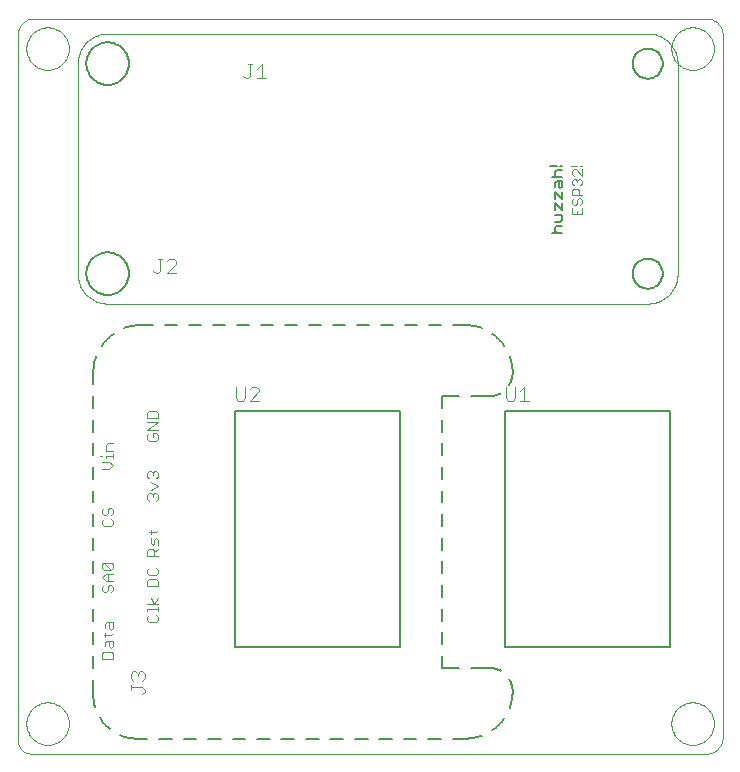
<source format=gto>
G75*
G70*
%OFA0B0*%
%FSLAX24Y24*%
%IPPOS*%
%LPD*%
%AMOC8*
5,1,8,0,0,1.08239X$1,22.5*
%
%ADD10C,0.0000*%
%ADD11C,0.0050*%
%ADD12C,0.0040*%
%ADD13C,0.0080*%
%ADD14C,0.0030*%
D10*
X001631Y002180D02*
X024150Y002180D01*
X024194Y002182D01*
X024237Y002187D01*
X024280Y002196D01*
X024322Y002209D01*
X024363Y002225D01*
X024402Y002244D01*
X024440Y002266D01*
X024476Y002292D01*
X024509Y002320D01*
X024540Y002351D01*
X024568Y002384D01*
X024594Y002420D01*
X024616Y002458D01*
X024635Y002497D01*
X024651Y002538D01*
X024664Y002580D01*
X024673Y002623D01*
X024678Y002666D01*
X024680Y002710D01*
X024680Y026150D01*
X024678Y026194D01*
X024673Y026237D01*
X024664Y026280D01*
X024651Y026322D01*
X024635Y026363D01*
X024616Y026402D01*
X024594Y026440D01*
X024568Y026476D01*
X024540Y026509D01*
X024509Y026540D01*
X024476Y026568D01*
X024440Y026594D01*
X024402Y026616D01*
X024363Y026635D01*
X024322Y026651D01*
X024280Y026664D01*
X024237Y026673D01*
X024194Y026678D01*
X024150Y026680D01*
X001710Y026680D01*
X001666Y026678D01*
X001623Y026673D01*
X001580Y026664D01*
X001538Y026651D01*
X001497Y026635D01*
X001458Y026616D01*
X001420Y026594D01*
X001384Y026568D01*
X001351Y026540D01*
X001320Y026509D01*
X001292Y026476D01*
X001266Y026440D01*
X001244Y026402D01*
X001225Y026363D01*
X001209Y026322D01*
X001196Y026280D01*
X001187Y026237D01*
X001182Y026194D01*
X001180Y026150D01*
X001180Y002631D01*
X001182Y002589D01*
X001188Y002548D01*
X001197Y002508D01*
X001210Y002468D01*
X001227Y002430D01*
X001248Y002394D01*
X001271Y002359D01*
X001298Y002327D01*
X001327Y002298D01*
X001359Y002271D01*
X001394Y002248D01*
X001430Y002227D01*
X001468Y002210D01*
X001508Y002197D01*
X001548Y002188D01*
X001589Y002182D01*
X001631Y002180D01*
X001473Y003180D02*
X001475Y003233D01*
X001481Y003285D01*
X001491Y003337D01*
X001504Y003388D01*
X001522Y003438D01*
X001543Y003487D01*
X001568Y003534D01*
X001596Y003578D01*
X001627Y003621D01*
X001662Y003661D01*
X001699Y003698D01*
X001739Y003733D01*
X001782Y003764D01*
X001827Y003792D01*
X001873Y003817D01*
X001922Y003838D01*
X001972Y003856D01*
X002023Y003869D01*
X002075Y003879D01*
X002127Y003885D01*
X002180Y003887D01*
X002233Y003885D01*
X002285Y003879D01*
X002337Y003869D01*
X002388Y003856D01*
X002438Y003838D01*
X002487Y003817D01*
X002534Y003792D01*
X002578Y003764D01*
X002621Y003733D01*
X002661Y003698D01*
X002698Y003661D01*
X002733Y003621D01*
X002764Y003578D01*
X002792Y003533D01*
X002817Y003487D01*
X002838Y003438D01*
X002856Y003388D01*
X002869Y003337D01*
X002879Y003285D01*
X002885Y003233D01*
X002887Y003180D01*
X002885Y003127D01*
X002879Y003075D01*
X002869Y003023D01*
X002856Y002972D01*
X002838Y002922D01*
X002817Y002873D01*
X002792Y002826D01*
X002764Y002782D01*
X002733Y002739D01*
X002698Y002699D01*
X002661Y002662D01*
X002621Y002627D01*
X002578Y002596D01*
X002533Y002568D01*
X002487Y002543D01*
X002438Y002522D01*
X002388Y002504D01*
X002337Y002491D01*
X002285Y002481D01*
X002233Y002475D01*
X002180Y002473D01*
X002127Y002475D01*
X002075Y002481D01*
X002023Y002491D01*
X001972Y002504D01*
X001922Y002522D01*
X001873Y002543D01*
X001826Y002568D01*
X001782Y002596D01*
X001739Y002627D01*
X001699Y002662D01*
X001662Y002699D01*
X001627Y002739D01*
X001596Y002782D01*
X001568Y002827D01*
X001543Y002873D01*
X001522Y002922D01*
X001504Y002972D01*
X001491Y003023D01*
X001481Y003075D01*
X001475Y003127D01*
X001473Y003180D01*
X004180Y017180D02*
X022180Y017180D01*
X022240Y017182D01*
X022301Y017187D01*
X022360Y017196D01*
X022419Y017209D01*
X022478Y017225D01*
X022535Y017245D01*
X022590Y017268D01*
X022645Y017295D01*
X022697Y017324D01*
X022748Y017357D01*
X022797Y017393D01*
X022843Y017431D01*
X022887Y017473D01*
X022929Y017517D01*
X022967Y017563D01*
X023003Y017612D01*
X023036Y017663D01*
X023065Y017715D01*
X023092Y017770D01*
X023115Y017825D01*
X023135Y017882D01*
X023151Y017941D01*
X023164Y018000D01*
X023173Y018059D01*
X023178Y018120D01*
X023180Y018180D01*
X023180Y025180D01*
X022973Y025680D02*
X022975Y025733D01*
X022981Y025785D01*
X022991Y025837D01*
X023004Y025888D01*
X023022Y025938D01*
X023043Y025987D01*
X023068Y026034D01*
X023096Y026078D01*
X023127Y026121D01*
X023162Y026161D01*
X023199Y026198D01*
X023239Y026233D01*
X023282Y026264D01*
X023327Y026292D01*
X023373Y026317D01*
X023422Y026338D01*
X023472Y026356D01*
X023523Y026369D01*
X023575Y026379D01*
X023627Y026385D01*
X023680Y026387D01*
X023733Y026385D01*
X023785Y026379D01*
X023837Y026369D01*
X023888Y026356D01*
X023938Y026338D01*
X023987Y026317D01*
X024034Y026292D01*
X024078Y026264D01*
X024121Y026233D01*
X024161Y026198D01*
X024198Y026161D01*
X024233Y026121D01*
X024264Y026078D01*
X024292Y026033D01*
X024317Y025987D01*
X024338Y025938D01*
X024356Y025888D01*
X024369Y025837D01*
X024379Y025785D01*
X024385Y025733D01*
X024387Y025680D01*
X024385Y025627D01*
X024379Y025575D01*
X024369Y025523D01*
X024356Y025472D01*
X024338Y025422D01*
X024317Y025373D01*
X024292Y025326D01*
X024264Y025282D01*
X024233Y025239D01*
X024198Y025199D01*
X024161Y025162D01*
X024121Y025127D01*
X024078Y025096D01*
X024033Y025068D01*
X023987Y025043D01*
X023938Y025022D01*
X023888Y025004D01*
X023837Y024991D01*
X023785Y024981D01*
X023733Y024975D01*
X023680Y024973D01*
X023627Y024975D01*
X023575Y024981D01*
X023523Y024991D01*
X023472Y025004D01*
X023422Y025022D01*
X023373Y025043D01*
X023326Y025068D01*
X023282Y025096D01*
X023239Y025127D01*
X023199Y025162D01*
X023162Y025199D01*
X023127Y025239D01*
X023096Y025282D01*
X023068Y025327D01*
X023043Y025373D01*
X023022Y025422D01*
X023004Y025472D01*
X022991Y025523D01*
X022981Y025575D01*
X022975Y025627D01*
X022973Y025680D01*
X023180Y025180D02*
X023178Y025240D01*
X023173Y025301D01*
X023164Y025360D01*
X023151Y025419D01*
X023135Y025478D01*
X023115Y025535D01*
X023092Y025590D01*
X023065Y025645D01*
X023036Y025697D01*
X023003Y025748D01*
X022967Y025797D01*
X022929Y025843D01*
X022887Y025887D01*
X022843Y025929D01*
X022797Y025967D01*
X022748Y026003D01*
X022697Y026036D01*
X022645Y026065D01*
X022590Y026092D01*
X022535Y026115D01*
X022478Y026135D01*
X022419Y026151D01*
X022360Y026164D01*
X022301Y026173D01*
X022240Y026178D01*
X022180Y026180D01*
X004180Y026180D01*
X004120Y026178D01*
X004059Y026173D01*
X004000Y026164D01*
X003941Y026151D01*
X003882Y026135D01*
X003825Y026115D01*
X003770Y026092D01*
X003715Y026065D01*
X003663Y026036D01*
X003612Y026003D01*
X003563Y025967D01*
X003517Y025929D01*
X003473Y025887D01*
X003431Y025843D01*
X003393Y025797D01*
X003357Y025748D01*
X003324Y025697D01*
X003295Y025645D01*
X003268Y025590D01*
X003245Y025535D01*
X003225Y025478D01*
X003209Y025419D01*
X003196Y025360D01*
X003187Y025301D01*
X003182Y025240D01*
X003180Y025180D01*
X003180Y018180D01*
X003182Y018120D01*
X003187Y018059D01*
X003196Y018000D01*
X003209Y017941D01*
X003225Y017882D01*
X003245Y017825D01*
X003268Y017770D01*
X003295Y017715D01*
X003324Y017663D01*
X003357Y017612D01*
X003393Y017563D01*
X003431Y017517D01*
X003473Y017473D01*
X003517Y017431D01*
X003563Y017393D01*
X003612Y017357D01*
X003663Y017324D01*
X003715Y017295D01*
X003770Y017268D01*
X003825Y017245D01*
X003882Y017225D01*
X003941Y017209D01*
X004000Y017196D01*
X004059Y017187D01*
X004120Y017182D01*
X004180Y017180D01*
X001473Y025680D02*
X001475Y025733D01*
X001481Y025785D01*
X001491Y025837D01*
X001504Y025888D01*
X001522Y025938D01*
X001543Y025987D01*
X001568Y026034D01*
X001596Y026078D01*
X001627Y026121D01*
X001662Y026161D01*
X001699Y026198D01*
X001739Y026233D01*
X001782Y026264D01*
X001827Y026292D01*
X001873Y026317D01*
X001922Y026338D01*
X001972Y026356D01*
X002023Y026369D01*
X002075Y026379D01*
X002127Y026385D01*
X002180Y026387D01*
X002233Y026385D01*
X002285Y026379D01*
X002337Y026369D01*
X002388Y026356D01*
X002438Y026338D01*
X002487Y026317D01*
X002534Y026292D01*
X002578Y026264D01*
X002621Y026233D01*
X002661Y026198D01*
X002698Y026161D01*
X002733Y026121D01*
X002764Y026078D01*
X002792Y026033D01*
X002817Y025987D01*
X002838Y025938D01*
X002856Y025888D01*
X002869Y025837D01*
X002879Y025785D01*
X002885Y025733D01*
X002887Y025680D01*
X002885Y025627D01*
X002879Y025575D01*
X002869Y025523D01*
X002856Y025472D01*
X002838Y025422D01*
X002817Y025373D01*
X002792Y025326D01*
X002764Y025282D01*
X002733Y025239D01*
X002698Y025199D01*
X002661Y025162D01*
X002621Y025127D01*
X002578Y025096D01*
X002533Y025068D01*
X002487Y025043D01*
X002438Y025022D01*
X002388Y025004D01*
X002337Y024991D01*
X002285Y024981D01*
X002233Y024975D01*
X002180Y024973D01*
X002127Y024975D01*
X002075Y024981D01*
X002023Y024991D01*
X001972Y025004D01*
X001922Y025022D01*
X001873Y025043D01*
X001826Y025068D01*
X001782Y025096D01*
X001739Y025127D01*
X001699Y025162D01*
X001662Y025199D01*
X001627Y025239D01*
X001596Y025282D01*
X001568Y025327D01*
X001543Y025373D01*
X001522Y025422D01*
X001504Y025472D01*
X001491Y025523D01*
X001481Y025575D01*
X001475Y025627D01*
X001473Y025680D01*
X022973Y003180D02*
X022975Y003233D01*
X022981Y003285D01*
X022991Y003337D01*
X023004Y003388D01*
X023022Y003438D01*
X023043Y003487D01*
X023068Y003534D01*
X023096Y003578D01*
X023127Y003621D01*
X023162Y003661D01*
X023199Y003698D01*
X023239Y003733D01*
X023282Y003764D01*
X023327Y003792D01*
X023373Y003817D01*
X023422Y003838D01*
X023472Y003856D01*
X023523Y003869D01*
X023575Y003879D01*
X023627Y003885D01*
X023680Y003887D01*
X023733Y003885D01*
X023785Y003879D01*
X023837Y003869D01*
X023888Y003856D01*
X023938Y003838D01*
X023987Y003817D01*
X024034Y003792D01*
X024078Y003764D01*
X024121Y003733D01*
X024161Y003698D01*
X024198Y003661D01*
X024233Y003621D01*
X024264Y003578D01*
X024292Y003533D01*
X024317Y003487D01*
X024338Y003438D01*
X024356Y003388D01*
X024369Y003337D01*
X024379Y003285D01*
X024385Y003233D01*
X024387Y003180D01*
X024385Y003127D01*
X024379Y003075D01*
X024369Y003023D01*
X024356Y002972D01*
X024338Y002922D01*
X024317Y002873D01*
X024292Y002826D01*
X024264Y002782D01*
X024233Y002739D01*
X024198Y002699D01*
X024161Y002662D01*
X024121Y002627D01*
X024078Y002596D01*
X024033Y002568D01*
X023987Y002543D01*
X023938Y002522D01*
X023888Y002504D01*
X023837Y002491D01*
X023785Y002481D01*
X023733Y002475D01*
X023680Y002473D01*
X023627Y002475D01*
X023575Y002481D01*
X023523Y002491D01*
X023472Y002504D01*
X023422Y002522D01*
X023373Y002543D01*
X023326Y002568D01*
X023282Y002596D01*
X023239Y002627D01*
X023199Y002662D01*
X023162Y002699D01*
X023127Y002739D01*
X023096Y002782D01*
X023068Y002827D01*
X023043Y002873D01*
X023022Y002922D01*
X023004Y002972D01*
X022991Y003023D01*
X022981Y003075D01*
X022975Y003127D01*
X022973Y003180D01*
D11*
X022936Y005743D02*
X017424Y005743D01*
X017424Y013617D01*
X022936Y013617D01*
X022936Y005743D01*
X013936Y005743D02*
X008424Y005743D01*
X008424Y013617D01*
X013936Y013617D01*
X013936Y005743D01*
X021680Y018180D02*
X021682Y018224D01*
X021688Y018268D01*
X021698Y018311D01*
X021711Y018353D01*
X021728Y018394D01*
X021749Y018433D01*
X021773Y018470D01*
X021800Y018505D01*
X021830Y018537D01*
X021863Y018567D01*
X021899Y018593D01*
X021936Y018617D01*
X021976Y018636D01*
X022017Y018653D01*
X022060Y018665D01*
X022103Y018674D01*
X022147Y018679D01*
X022191Y018680D01*
X022235Y018677D01*
X022279Y018670D01*
X022322Y018659D01*
X022364Y018645D01*
X022404Y018627D01*
X022443Y018605D01*
X022479Y018581D01*
X022513Y018553D01*
X022545Y018522D01*
X022574Y018488D01*
X022600Y018452D01*
X022622Y018414D01*
X022641Y018374D01*
X022656Y018332D01*
X022668Y018290D01*
X022676Y018246D01*
X022680Y018202D01*
X022680Y018158D01*
X022676Y018114D01*
X022668Y018070D01*
X022656Y018028D01*
X022641Y017986D01*
X022622Y017946D01*
X022600Y017908D01*
X022574Y017872D01*
X022545Y017838D01*
X022513Y017807D01*
X022479Y017779D01*
X022443Y017755D01*
X022404Y017733D01*
X022364Y017715D01*
X022322Y017701D01*
X022279Y017690D01*
X022235Y017683D01*
X022191Y017680D01*
X022147Y017681D01*
X022103Y017686D01*
X022060Y017695D01*
X022017Y017707D01*
X021976Y017724D01*
X021936Y017743D01*
X021899Y017767D01*
X021863Y017793D01*
X021830Y017823D01*
X021800Y017855D01*
X021773Y017890D01*
X021749Y017927D01*
X021728Y017966D01*
X021711Y018007D01*
X021698Y018049D01*
X021688Y018092D01*
X021682Y018136D01*
X021680Y018180D01*
X019330Y019547D02*
X018980Y019547D01*
X019096Y019606D02*
X019096Y019722D01*
X019155Y019781D01*
X019330Y019781D01*
X019272Y019916D02*
X019330Y019974D01*
X019330Y020149D01*
X019096Y020149D01*
X019096Y020284D02*
X019096Y020518D01*
X019330Y020284D01*
X019330Y020518D01*
X019330Y020652D02*
X019096Y020886D01*
X019096Y020652D01*
X019330Y020652D02*
X019330Y020886D01*
X019272Y021021D02*
X019213Y021079D01*
X019213Y021254D01*
X019155Y021254D02*
X019330Y021254D01*
X019330Y021079D01*
X019272Y021021D01*
X019096Y021079D02*
X019096Y021196D01*
X019155Y021254D01*
X019155Y021389D02*
X019096Y021447D01*
X019096Y021564D01*
X019155Y021622D01*
X019330Y021622D01*
X019330Y021757D02*
X019272Y021757D01*
X019155Y021757D02*
X018921Y021757D01*
X018980Y021389D02*
X019330Y021389D01*
X019272Y019916D02*
X019096Y019916D01*
X019096Y019606D02*
X019155Y019547D01*
X021680Y025180D02*
X021682Y025224D01*
X021688Y025268D01*
X021698Y025311D01*
X021711Y025353D01*
X021728Y025394D01*
X021749Y025433D01*
X021773Y025470D01*
X021800Y025505D01*
X021830Y025537D01*
X021863Y025567D01*
X021899Y025593D01*
X021936Y025617D01*
X021976Y025636D01*
X022017Y025653D01*
X022060Y025665D01*
X022103Y025674D01*
X022147Y025679D01*
X022191Y025680D01*
X022235Y025677D01*
X022279Y025670D01*
X022322Y025659D01*
X022364Y025645D01*
X022404Y025627D01*
X022443Y025605D01*
X022479Y025581D01*
X022513Y025553D01*
X022545Y025522D01*
X022574Y025488D01*
X022600Y025452D01*
X022622Y025414D01*
X022641Y025374D01*
X022656Y025332D01*
X022668Y025290D01*
X022676Y025246D01*
X022680Y025202D01*
X022680Y025158D01*
X022676Y025114D01*
X022668Y025070D01*
X022656Y025028D01*
X022641Y024986D01*
X022622Y024946D01*
X022600Y024908D01*
X022574Y024872D01*
X022545Y024838D01*
X022513Y024807D01*
X022479Y024779D01*
X022443Y024755D01*
X022404Y024733D01*
X022364Y024715D01*
X022322Y024701D01*
X022279Y024690D01*
X022235Y024683D01*
X022191Y024680D01*
X022147Y024681D01*
X022103Y024686D01*
X022060Y024695D01*
X022017Y024707D01*
X021976Y024724D01*
X021936Y024743D01*
X021899Y024767D01*
X021863Y024793D01*
X021830Y024823D01*
X021800Y024855D01*
X021773Y024890D01*
X021749Y024927D01*
X021728Y024966D01*
X021711Y025007D01*
X021698Y025049D01*
X021688Y025092D01*
X021682Y025136D01*
X021680Y025180D01*
X003473Y025180D02*
X003475Y025233D01*
X003481Y025285D01*
X003491Y025337D01*
X003504Y025388D01*
X003522Y025438D01*
X003543Y025487D01*
X003568Y025534D01*
X003596Y025578D01*
X003627Y025621D01*
X003662Y025661D01*
X003699Y025698D01*
X003739Y025733D01*
X003782Y025764D01*
X003827Y025792D01*
X003873Y025817D01*
X003922Y025838D01*
X003972Y025856D01*
X004023Y025869D01*
X004075Y025879D01*
X004127Y025885D01*
X004180Y025887D01*
X004233Y025885D01*
X004285Y025879D01*
X004337Y025869D01*
X004388Y025856D01*
X004438Y025838D01*
X004487Y025817D01*
X004534Y025792D01*
X004578Y025764D01*
X004621Y025733D01*
X004661Y025698D01*
X004698Y025661D01*
X004733Y025621D01*
X004764Y025578D01*
X004792Y025533D01*
X004817Y025487D01*
X004838Y025438D01*
X004856Y025388D01*
X004869Y025337D01*
X004879Y025285D01*
X004885Y025233D01*
X004887Y025180D01*
X004885Y025127D01*
X004879Y025075D01*
X004869Y025023D01*
X004856Y024972D01*
X004838Y024922D01*
X004817Y024873D01*
X004792Y024826D01*
X004764Y024782D01*
X004733Y024739D01*
X004698Y024699D01*
X004661Y024662D01*
X004621Y024627D01*
X004578Y024596D01*
X004533Y024568D01*
X004487Y024543D01*
X004438Y024522D01*
X004388Y024504D01*
X004337Y024491D01*
X004285Y024481D01*
X004233Y024475D01*
X004180Y024473D01*
X004127Y024475D01*
X004075Y024481D01*
X004023Y024491D01*
X003972Y024504D01*
X003922Y024522D01*
X003873Y024543D01*
X003826Y024568D01*
X003782Y024596D01*
X003739Y024627D01*
X003699Y024662D01*
X003662Y024699D01*
X003627Y024739D01*
X003596Y024782D01*
X003568Y024827D01*
X003543Y024873D01*
X003522Y024922D01*
X003504Y024972D01*
X003491Y025023D01*
X003481Y025075D01*
X003475Y025127D01*
X003473Y025180D01*
X003473Y018180D02*
X003475Y018233D01*
X003481Y018285D01*
X003491Y018337D01*
X003504Y018388D01*
X003522Y018438D01*
X003543Y018487D01*
X003568Y018534D01*
X003596Y018578D01*
X003627Y018621D01*
X003662Y018661D01*
X003699Y018698D01*
X003739Y018733D01*
X003782Y018764D01*
X003827Y018792D01*
X003873Y018817D01*
X003922Y018838D01*
X003972Y018856D01*
X004023Y018869D01*
X004075Y018879D01*
X004127Y018885D01*
X004180Y018887D01*
X004233Y018885D01*
X004285Y018879D01*
X004337Y018869D01*
X004388Y018856D01*
X004438Y018838D01*
X004487Y018817D01*
X004534Y018792D01*
X004578Y018764D01*
X004621Y018733D01*
X004661Y018698D01*
X004698Y018661D01*
X004733Y018621D01*
X004764Y018578D01*
X004792Y018533D01*
X004817Y018487D01*
X004838Y018438D01*
X004856Y018388D01*
X004869Y018337D01*
X004879Y018285D01*
X004885Y018233D01*
X004887Y018180D01*
X004885Y018127D01*
X004879Y018075D01*
X004869Y018023D01*
X004856Y017972D01*
X004838Y017922D01*
X004817Y017873D01*
X004792Y017826D01*
X004764Y017782D01*
X004733Y017739D01*
X004698Y017699D01*
X004661Y017662D01*
X004621Y017627D01*
X004578Y017596D01*
X004533Y017568D01*
X004487Y017543D01*
X004438Y017522D01*
X004388Y017504D01*
X004337Y017491D01*
X004285Y017481D01*
X004233Y017475D01*
X004180Y017473D01*
X004127Y017475D01*
X004075Y017481D01*
X004023Y017491D01*
X003972Y017504D01*
X003922Y017522D01*
X003873Y017543D01*
X003826Y017568D01*
X003782Y017596D01*
X003739Y017627D01*
X003699Y017662D01*
X003662Y017699D01*
X003627Y017739D01*
X003596Y017782D01*
X003568Y017827D01*
X003543Y017873D01*
X003522Y017922D01*
X003504Y017972D01*
X003491Y018023D01*
X003481Y018075D01*
X003475Y018127D01*
X003473Y018180D01*
D12*
X005700Y018277D02*
X005777Y018200D01*
X005853Y018200D01*
X005930Y018277D01*
X005930Y018660D01*
X005853Y018660D02*
X006007Y018660D01*
X006160Y018584D02*
X006237Y018660D01*
X006391Y018660D01*
X006467Y018584D01*
X006467Y018507D01*
X006160Y018200D01*
X006467Y018200D01*
X008450Y014410D02*
X008450Y014027D01*
X008527Y013950D01*
X008680Y013950D01*
X008757Y014027D01*
X008757Y014410D01*
X008910Y014334D02*
X008987Y014410D01*
X009141Y014410D01*
X009217Y014334D01*
X009217Y014257D01*
X008910Y013950D01*
X009217Y013950D01*
X017450Y014027D02*
X017527Y013950D01*
X017680Y013950D01*
X017757Y014027D01*
X017757Y014410D01*
X017910Y014257D02*
X018064Y014410D01*
X018064Y013950D01*
X018217Y013950D02*
X017910Y013950D01*
X017450Y014027D02*
X017450Y014410D01*
X019675Y020156D02*
X019985Y020156D01*
X019985Y020363D01*
X019933Y020478D02*
X019985Y020530D01*
X019985Y020634D01*
X019933Y020685D01*
X019882Y020685D01*
X019830Y020634D01*
X019830Y020530D01*
X019778Y020478D01*
X019726Y020478D01*
X019675Y020530D01*
X019675Y020634D01*
X019726Y020685D01*
X019675Y020801D02*
X019675Y020956D01*
X019726Y021008D01*
X019830Y021008D01*
X019882Y020956D01*
X019882Y020801D01*
X019985Y020801D02*
X019675Y020801D01*
X019726Y021123D02*
X019675Y021175D01*
X019675Y021278D01*
X019726Y021330D01*
X019778Y021330D01*
X019830Y021278D01*
X019882Y021330D01*
X019933Y021330D01*
X019985Y021278D01*
X019985Y021175D01*
X019933Y021123D01*
X019830Y021226D02*
X019830Y021278D01*
X019726Y021445D02*
X019675Y021497D01*
X019675Y021600D01*
X019726Y021652D01*
X019778Y021652D01*
X019985Y021445D01*
X019985Y021652D01*
X019985Y021768D02*
X019933Y021768D01*
X019830Y021768D02*
X019623Y021768D01*
X019675Y020363D02*
X019675Y020156D01*
X019830Y020156D02*
X019830Y020260D01*
X009467Y024700D02*
X009160Y024700D01*
X009314Y024700D02*
X009314Y025160D01*
X009160Y025007D01*
X009007Y025160D02*
X008853Y025160D01*
X008930Y025160D02*
X008930Y024777D01*
X008853Y024700D01*
X008777Y024700D01*
X008700Y024777D01*
X005333Y004922D02*
X005410Y004845D01*
X005410Y004691D01*
X005333Y004615D01*
X005180Y004768D02*
X005180Y004845D01*
X005257Y004922D01*
X005333Y004922D01*
X005180Y004845D02*
X005103Y004922D01*
X005026Y004922D01*
X004950Y004845D01*
X004950Y004691D01*
X005026Y004615D01*
X004950Y004461D02*
X004950Y004308D01*
X004950Y004384D02*
X005333Y004384D01*
X005410Y004308D01*
X005410Y004231D01*
X005333Y004154D01*
D13*
X004251Y003004D02*
X004195Y003051D01*
X004141Y003102D01*
X004091Y003154D01*
X004042Y003209D01*
X003997Y003267D01*
X003954Y003326D01*
X003915Y003388D01*
X003704Y004255D02*
X003704Y004649D01*
X003704Y005042D02*
X003704Y005436D01*
X003704Y005830D02*
X003704Y006223D01*
X003704Y006617D02*
X003704Y007011D01*
X003704Y007404D02*
X003704Y007798D01*
X003704Y008192D02*
X003704Y008586D01*
X003704Y008979D02*
X003704Y009373D01*
X003704Y009767D02*
X003704Y010160D01*
X003704Y010554D02*
X003704Y010948D01*
X003704Y011341D02*
X003704Y011735D01*
X003704Y012129D02*
X003704Y012523D01*
X003704Y012916D02*
X003704Y013310D01*
X003704Y013704D02*
X003704Y014097D01*
X003704Y014491D02*
X003704Y014885D01*
X004728Y016361D02*
X004794Y016384D01*
X004861Y016404D01*
X004930Y016421D01*
X004998Y016435D01*
X005068Y016446D01*
X005138Y016454D01*
X005208Y016458D01*
X005278Y016460D01*
X005686Y016460D01*
X006080Y016460D02*
X006488Y016460D01*
X006881Y016460D02*
X007289Y016460D01*
X007683Y016460D02*
X008091Y016460D01*
X008484Y016460D02*
X008892Y016460D01*
X009286Y016460D02*
X009693Y016460D01*
X010087Y016460D02*
X010495Y016460D01*
X010889Y016460D02*
X011296Y016460D01*
X011690Y016460D02*
X012098Y016460D01*
X012492Y016460D02*
X012899Y016460D01*
X013293Y016460D02*
X013701Y016460D01*
X014095Y016460D02*
X014502Y016460D01*
X014896Y016460D02*
X015304Y016460D01*
X015697Y016460D02*
X016105Y016460D01*
X017581Y015435D02*
X017604Y015369D01*
X017624Y015302D01*
X017641Y015233D01*
X017655Y015165D01*
X017666Y015095D01*
X017674Y015025D01*
X017678Y014955D01*
X017680Y014885D01*
X017678Y014832D01*
X017673Y014780D01*
X017664Y014728D01*
X017652Y014677D01*
X017636Y014627D01*
X017617Y014577D01*
X017595Y014530D01*
X017570Y014483D01*
X016893Y014097D02*
X016302Y014097D01*
X015908Y014097D02*
X015318Y014097D01*
X015318Y013704D01*
X015318Y013310D02*
X015318Y012916D01*
X015318Y012523D02*
X015318Y012129D01*
X015318Y011735D02*
X015318Y011341D01*
X015318Y010948D02*
X015318Y010554D01*
X015318Y010160D02*
X015318Y009767D01*
X015318Y009373D02*
X015318Y008979D01*
X015318Y008586D02*
X015318Y008192D01*
X015318Y007798D02*
X015318Y007404D01*
X015318Y007011D02*
X015318Y006617D01*
X015318Y006223D02*
X015318Y005830D01*
X015318Y005436D02*
X015318Y005042D01*
X015908Y005042D01*
X016302Y005042D02*
X016893Y005042D01*
X016946Y005040D01*
X016998Y005035D01*
X017050Y005026D01*
X017101Y005014D01*
X017151Y004998D01*
X017201Y004979D01*
X017248Y004957D01*
X017295Y004932D01*
X017570Y004657D02*
X017595Y004610D01*
X017617Y004563D01*
X017636Y004513D01*
X017652Y004463D01*
X017664Y004412D01*
X017673Y004360D01*
X017678Y004308D01*
X017680Y004255D01*
X016655Y002779D02*
X016589Y002756D01*
X016522Y002736D01*
X016453Y002719D01*
X016385Y002705D01*
X016315Y002694D01*
X016245Y002686D01*
X016175Y002682D01*
X016105Y002680D01*
X015683Y002680D01*
X015290Y002680D02*
X014868Y002680D01*
X014474Y002680D02*
X014052Y002680D01*
X013659Y002680D02*
X013237Y002680D01*
X012843Y002680D02*
X012421Y002680D01*
X012028Y002680D02*
X011606Y002680D01*
X011212Y002680D02*
X010790Y002680D01*
X010397Y002680D02*
X009975Y002680D01*
X009581Y002680D02*
X009159Y002680D01*
X008765Y002680D02*
X008344Y002680D01*
X007950Y002680D02*
X007528Y002680D01*
X007134Y002680D02*
X006713Y002680D01*
X006319Y002680D02*
X005897Y002680D01*
X005503Y002680D02*
X005082Y002680D01*
X003757Y003747D02*
X003739Y003818D01*
X003724Y003890D01*
X003713Y003962D01*
X003705Y004035D01*
X003701Y004108D01*
X003700Y004181D01*
X003703Y004254D01*
X004586Y002800D02*
X004654Y002773D01*
X004723Y002748D01*
X004793Y002727D01*
X004864Y002710D01*
X004936Y002696D01*
X005009Y002686D01*
X005082Y002679D01*
X017003Y002961D02*
X017060Y003003D01*
X017115Y003046D01*
X017168Y003093D01*
X017219Y003141D01*
X017267Y003192D01*
X017314Y003245D01*
X017357Y003300D01*
X017399Y003357D01*
X017581Y003705D02*
X017604Y003771D01*
X017624Y003838D01*
X017641Y003907D01*
X017655Y003975D01*
X017666Y004045D01*
X017674Y004115D01*
X017678Y004185D01*
X017680Y004255D01*
X016893Y014098D02*
X016946Y014100D01*
X016998Y014105D01*
X017050Y014114D01*
X017101Y014126D01*
X017151Y014142D01*
X017201Y014161D01*
X017248Y014183D01*
X017295Y014208D01*
X016655Y016361D02*
X016589Y016384D01*
X016522Y016404D01*
X016453Y016421D01*
X016385Y016435D01*
X016315Y016446D01*
X016245Y016454D01*
X016175Y016458D01*
X016105Y016460D01*
X017003Y016179D02*
X017060Y016137D01*
X017115Y016094D01*
X017168Y016047D01*
X017219Y015999D01*
X017267Y015948D01*
X017314Y015895D01*
X017357Y015840D01*
X017399Y015783D01*
X003802Y015435D02*
X003779Y015369D01*
X003759Y015302D01*
X003742Y015233D01*
X003728Y015165D01*
X003717Y015095D01*
X003709Y015025D01*
X003705Y014955D01*
X003703Y014885D01*
X003984Y015783D02*
X004026Y015840D01*
X004069Y015895D01*
X004116Y015948D01*
X004164Y015999D01*
X004215Y016047D01*
X004268Y016094D01*
X004323Y016137D01*
X004380Y016179D01*
D14*
X005556Y013597D02*
X005495Y013536D01*
X005495Y013351D01*
X005865Y013351D01*
X005865Y013536D01*
X005803Y013597D01*
X005556Y013597D01*
X005495Y013229D02*
X005865Y013229D01*
X005495Y012982D01*
X005865Y012982D01*
X005803Y012861D02*
X005680Y012861D01*
X005680Y012737D01*
X005803Y012614D02*
X005556Y012614D01*
X005495Y012676D01*
X005495Y012799D01*
X005556Y012861D01*
X005803Y012861D02*
X005865Y012799D01*
X005865Y012676D01*
X005803Y012614D01*
X005803Y011597D02*
X005865Y011536D01*
X005865Y011412D01*
X005803Y011351D01*
X005680Y011474D02*
X005680Y011536D01*
X005742Y011597D01*
X005803Y011597D01*
X005680Y011536D02*
X005618Y011597D01*
X005556Y011597D01*
X005495Y011536D01*
X005495Y011412D01*
X005556Y011351D01*
X005618Y011229D02*
X005865Y011106D01*
X005618Y010982D01*
X005618Y010861D02*
X005680Y010799D01*
X005742Y010861D01*
X005803Y010861D01*
X005865Y010799D01*
X005865Y010676D01*
X005803Y010614D01*
X005680Y010737D02*
X005680Y010799D01*
X005618Y010861D02*
X005556Y010861D01*
X005495Y010799D01*
X005495Y010676D01*
X005556Y010614D01*
X005618Y009624D02*
X005618Y009501D01*
X005556Y009562D02*
X005803Y009562D01*
X005865Y009624D01*
X005803Y009379D02*
X005742Y009317D01*
X005742Y009194D01*
X005680Y009132D01*
X005618Y009194D01*
X005618Y009379D01*
X005803Y009379D02*
X005865Y009317D01*
X005865Y009132D01*
X005865Y009011D02*
X005742Y008887D01*
X005742Y008949D02*
X005742Y008764D01*
X005865Y008764D02*
X005495Y008764D01*
X005495Y008949D01*
X005556Y009011D01*
X005680Y009011D01*
X005742Y008949D01*
X005803Y008379D02*
X005865Y008317D01*
X005865Y008194D01*
X005803Y008132D01*
X005556Y008132D01*
X005495Y008194D01*
X005495Y008317D01*
X005556Y008379D01*
X005556Y008011D02*
X005495Y007949D01*
X005495Y007764D01*
X005865Y007764D01*
X005865Y007949D01*
X005803Y008011D01*
X005556Y008011D01*
X005618Y007363D02*
X005742Y007178D01*
X005865Y007363D01*
X005865Y007178D02*
X005495Y007178D01*
X005495Y006994D02*
X005865Y006994D01*
X005865Y006932D02*
X005865Y007056D01*
X005803Y006811D02*
X005865Y006749D01*
X005865Y006626D01*
X005803Y006564D01*
X005556Y006564D01*
X005495Y006626D01*
X005495Y006749D01*
X005556Y006811D01*
X005495Y006932D02*
X005495Y006994D01*
X004355Y006563D02*
X004355Y006378D01*
X004293Y006316D01*
X004232Y006378D01*
X004232Y006563D01*
X004170Y006563D02*
X004355Y006563D01*
X004170Y006563D02*
X004108Y006501D01*
X004108Y006378D01*
X004108Y006194D02*
X004108Y006071D01*
X004046Y006132D02*
X004293Y006132D01*
X004355Y006194D01*
X004355Y005949D02*
X004355Y005764D01*
X004293Y005702D01*
X004232Y005764D01*
X004232Y005949D01*
X004170Y005949D02*
X004355Y005949D01*
X004170Y005949D02*
X004108Y005887D01*
X004108Y005764D01*
X004046Y005581D02*
X003985Y005519D01*
X003985Y005334D01*
X004355Y005334D01*
X004355Y005519D01*
X004293Y005581D01*
X004046Y005581D01*
X004056Y007564D02*
X004118Y007564D01*
X004180Y007626D01*
X004180Y007749D01*
X004242Y007811D01*
X004303Y007811D01*
X004365Y007749D01*
X004365Y007626D01*
X004303Y007564D01*
X004056Y007564D02*
X003995Y007626D01*
X003995Y007749D01*
X004056Y007811D01*
X004118Y007932D02*
X003995Y008056D01*
X004118Y008179D01*
X004365Y008179D01*
X004303Y008301D02*
X004056Y008547D01*
X004303Y008547D01*
X004365Y008486D01*
X004365Y008362D01*
X004303Y008301D01*
X004056Y008301D01*
X003995Y008362D01*
X003995Y008486D01*
X004056Y008547D01*
X004180Y008179D02*
X004180Y007932D01*
X004118Y007932D02*
X004365Y007932D01*
X004303Y009764D02*
X004056Y009764D01*
X003995Y009826D01*
X003995Y009949D01*
X004056Y010011D01*
X004056Y010132D02*
X004118Y010132D01*
X004180Y010194D01*
X004180Y010317D01*
X004242Y010379D01*
X004303Y010379D01*
X004365Y010317D01*
X004365Y010194D01*
X004303Y010132D01*
X004303Y010011D02*
X004365Y009949D01*
X004365Y009826D01*
X004303Y009764D01*
X004056Y010132D02*
X003995Y010194D01*
X003995Y010317D01*
X004056Y010379D01*
X003995Y011664D02*
X004242Y011664D01*
X004365Y011787D01*
X004242Y011911D01*
X003995Y011911D01*
X004118Y012032D02*
X004118Y012094D01*
X004365Y012094D01*
X004365Y012032D02*
X004365Y012156D01*
X004365Y012278D02*
X004118Y012278D01*
X004118Y012463D01*
X004180Y012525D01*
X004365Y012525D01*
X003995Y012094D02*
X003933Y012094D01*
M02*

</source>
